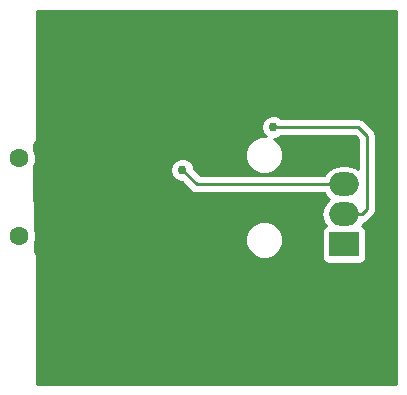
<source format=gbl>
G04 #@! TF.FileFunction,Copper,L2,Bot,Signal*
%FSLAX46Y46*%
G04 Gerber Fmt 4.6, Leading zero omitted, Abs format (unit mm)*
G04 Created by KiCad (PCBNEW 4.0.1-stable) date 4/23/2016 10:29:46 PM*
%MOMM*%
G01*
G04 APERTURE LIST*
%ADD10C,0.150000*%
%ADD11C,1.600000*%
%ADD12R,2.500000X2.000000*%
%ADD13O,2.500000X2.000000*%
%ADD14C,6.700000*%
%ADD15C,0.762000*%
%ADD16C,0.254000*%
G04 APERTURE END LIST*
D10*
D11*
X129973200Y-105920000D03*
X129973200Y-112520000D03*
D12*
X157480000Y-113200000D03*
D13*
X157480000Y-110660000D03*
X157480000Y-108120000D03*
X157480000Y-105580000D03*
D14*
X142011400Y-96748600D03*
X142011400Y-121691400D03*
D15*
X143600000Y-113950000D03*
X160550000Y-104950000D03*
X160550000Y-106550000D03*
X142671126Y-103589010D03*
X139950000Y-101450000D03*
X142650000Y-101450000D03*
X137900000Y-101950000D03*
X136850000Y-100950000D03*
X135700000Y-101950000D03*
X137150000Y-105850000D03*
X136200000Y-104550000D03*
X137150000Y-111950000D03*
X136200000Y-113250000D03*
X135200000Y-111900000D03*
X142300000Y-107500000D03*
X142605029Y-110755029D03*
X140400000Y-110800000D03*
X138500000Y-114900000D03*
X145000000Y-113650000D03*
X134150000Y-111050000D03*
X134250000Y-110100000D03*
X155400000Y-105550000D03*
X159800000Y-121000000D03*
X155200000Y-121000000D03*
X157500000Y-122600000D03*
X157500000Y-119500000D03*
X151500000Y-103250000D03*
X143800000Y-106900000D03*
D16*
X148000000Y-113800000D02*
X155200000Y-121000000D01*
X151500000Y-103250000D02*
X158700000Y-103250000D01*
X158700000Y-103250000D02*
X159433631Y-103983631D01*
X159433631Y-103983631D02*
X159433631Y-110210369D01*
X159433631Y-110210369D02*
X158984000Y-110660000D01*
X158984000Y-110660000D02*
X157480000Y-110660000D01*
X143800000Y-106900000D02*
X145020000Y-108120000D01*
X145020000Y-108120000D02*
X157480000Y-108120000D01*
G36*
X161850000Y-125020000D02*
X131520000Y-125020000D01*
X131520000Y-114300000D01*
X131465954Y-114028295D01*
X131324614Y-113816764D01*
X131317451Y-113118303D01*
X149123123Y-113118303D01*
X149366225Y-113706656D01*
X149815976Y-114157193D01*
X150403904Y-114401322D01*
X151040503Y-114401877D01*
X151628856Y-114158775D01*
X152079393Y-113709024D01*
X152323522Y-113121096D01*
X152324077Y-112484497D01*
X152080975Y-111896144D01*
X151631224Y-111445607D01*
X151043296Y-111201478D01*
X150406697Y-111200923D01*
X149818344Y-111444025D01*
X149367807Y-111893776D01*
X149123678Y-112481704D01*
X149123123Y-113118303D01*
X131317451Y-113118303D01*
X131316513Y-113026896D01*
X131407950Y-112806691D01*
X131408448Y-112235813D01*
X131305853Y-111987513D01*
X131255737Y-107101208D01*
X142783824Y-107101208D01*
X142938175Y-107474766D01*
X143223731Y-107760821D01*
X143597018Y-107915824D01*
X143738317Y-107915947D01*
X144481185Y-108658816D01*
X144728396Y-108823997D01*
X145020000Y-108882000D01*
X155773609Y-108882000D01*
X156036951Y-109276120D01*
X156207385Y-109390000D01*
X156036951Y-109503880D01*
X155682528Y-110034313D01*
X155558071Y-110660000D01*
X155682528Y-111285687D01*
X155921778Y-111643751D01*
X155778559Y-111735910D01*
X155633569Y-111948110D01*
X155582560Y-112200000D01*
X155582560Y-114200000D01*
X155626838Y-114435317D01*
X155765910Y-114651441D01*
X155978110Y-114796431D01*
X156230000Y-114847440D01*
X158730000Y-114847440D01*
X158965317Y-114803162D01*
X159181441Y-114664090D01*
X159326431Y-114451890D01*
X159377440Y-114200000D01*
X159377440Y-112200000D01*
X159333162Y-111964683D01*
X159194090Y-111748559D01*
X159038998Y-111642589D01*
X159217414Y-111375571D01*
X159275605Y-111363996D01*
X159522815Y-111198815D01*
X159972446Y-110749185D01*
X160137627Y-110501974D01*
X160164197Y-110368396D01*
X160195631Y-110210369D01*
X160195631Y-103983631D01*
X160137627Y-103692026D01*
X159972446Y-103444816D01*
X159238815Y-102711185D01*
X158991605Y-102546004D01*
X158700000Y-102488000D01*
X152174918Y-102488000D01*
X152076269Y-102389179D01*
X151702982Y-102234176D01*
X151298792Y-102233824D01*
X150925234Y-102388175D01*
X150639179Y-102673731D01*
X150484176Y-103047018D01*
X150483824Y-103451208D01*
X150638175Y-103824766D01*
X150851547Y-104038511D01*
X150406697Y-104038123D01*
X149818344Y-104281225D01*
X149367807Y-104730976D01*
X149123678Y-105318904D01*
X149123123Y-105955503D01*
X149366225Y-106543856D01*
X149815976Y-106994393D01*
X150403904Y-107238522D01*
X151040503Y-107239077D01*
X151628856Y-106995975D01*
X152079393Y-106546224D01*
X152323522Y-105958296D01*
X152324077Y-105321697D01*
X152080975Y-104733344D01*
X151631224Y-104282807D01*
X151590941Y-104266080D01*
X151701208Y-104266176D01*
X152074766Y-104111825D01*
X152174765Y-104012000D01*
X158384370Y-104012000D01*
X158671631Y-104299261D01*
X158671631Y-106795888D01*
X158392616Y-106609457D01*
X157766929Y-106485000D01*
X157193071Y-106485000D01*
X156567384Y-106609457D01*
X156036951Y-106963880D01*
X155773609Y-107358000D01*
X145335631Y-107358000D01*
X144816054Y-106838424D01*
X144816176Y-106698792D01*
X144661825Y-106325234D01*
X144376269Y-106039179D01*
X144002982Y-105884176D01*
X143598792Y-105883824D01*
X143225234Y-106038175D01*
X142939179Y-106323731D01*
X142784176Y-106697018D01*
X142783824Y-107101208D01*
X131255737Y-107101208D01*
X131250452Y-106585987D01*
X131407950Y-106206691D01*
X131408448Y-105635813D01*
X131236437Y-105219515D01*
X131231069Y-104696152D01*
X131312046Y-104642046D01*
X131465954Y-104411705D01*
X131520000Y-104140000D01*
X131520000Y-93420000D01*
X161850000Y-93420000D01*
X161850000Y-125020000D01*
X161850000Y-125020000D01*
G37*
X161850000Y-125020000D02*
X131520000Y-125020000D01*
X131520000Y-114300000D01*
X131465954Y-114028295D01*
X131324614Y-113816764D01*
X131317451Y-113118303D01*
X149123123Y-113118303D01*
X149366225Y-113706656D01*
X149815976Y-114157193D01*
X150403904Y-114401322D01*
X151040503Y-114401877D01*
X151628856Y-114158775D01*
X152079393Y-113709024D01*
X152323522Y-113121096D01*
X152324077Y-112484497D01*
X152080975Y-111896144D01*
X151631224Y-111445607D01*
X151043296Y-111201478D01*
X150406697Y-111200923D01*
X149818344Y-111444025D01*
X149367807Y-111893776D01*
X149123678Y-112481704D01*
X149123123Y-113118303D01*
X131317451Y-113118303D01*
X131316513Y-113026896D01*
X131407950Y-112806691D01*
X131408448Y-112235813D01*
X131305853Y-111987513D01*
X131255737Y-107101208D01*
X142783824Y-107101208D01*
X142938175Y-107474766D01*
X143223731Y-107760821D01*
X143597018Y-107915824D01*
X143738317Y-107915947D01*
X144481185Y-108658816D01*
X144728396Y-108823997D01*
X145020000Y-108882000D01*
X155773609Y-108882000D01*
X156036951Y-109276120D01*
X156207385Y-109390000D01*
X156036951Y-109503880D01*
X155682528Y-110034313D01*
X155558071Y-110660000D01*
X155682528Y-111285687D01*
X155921778Y-111643751D01*
X155778559Y-111735910D01*
X155633569Y-111948110D01*
X155582560Y-112200000D01*
X155582560Y-114200000D01*
X155626838Y-114435317D01*
X155765910Y-114651441D01*
X155978110Y-114796431D01*
X156230000Y-114847440D01*
X158730000Y-114847440D01*
X158965317Y-114803162D01*
X159181441Y-114664090D01*
X159326431Y-114451890D01*
X159377440Y-114200000D01*
X159377440Y-112200000D01*
X159333162Y-111964683D01*
X159194090Y-111748559D01*
X159038998Y-111642589D01*
X159217414Y-111375571D01*
X159275605Y-111363996D01*
X159522815Y-111198815D01*
X159972446Y-110749185D01*
X160137627Y-110501974D01*
X160164197Y-110368396D01*
X160195631Y-110210369D01*
X160195631Y-103983631D01*
X160137627Y-103692026D01*
X159972446Y-103444816D01*
X159238815Y-102711185D01*
X158991605Y-102546004D01*
X158700000Y-102488000D01*
X152174918Y-102488000D01*
X152076269Y-102389179D01*
X151702982Y-102234176D01*
X151298792Y-102233824D01*
X150925234Y-102388175D01*
X150639179Y-102673731D01*
X150484176Y-103047018D01*
X150483824Y-103451208D01*
X150638175Y-103824766D01*
X150851547Y-104038511D01*
X150406697Y-104038123D01*
X149818344Y-104281225D01*
X149367807Y-104730976D01*
X149123678Y-105318904D01*
X149123123Y-105955503D01*
X149366225Y-106543856D01*
X149815976Y-106994393D01*
X150403904Y-107238522D01*
X151040503Y-107239077D01*
X151628856Y-106995975D01*
X152079393Y-106546224D01*
X152323522Y-105958296D01*
X152324077Y-105321697D01*
X152080975Y-104733344D01*
X151631224Y-104282807D01*
X151590941Y-104266080D01*
X151701208Y-104266176D01*
X152074766Y-104111825D01*
X152174765Y-104012000D01*
X158384370Y-104012000D01*
X158671631Y-104299261D01*
X158671631Y-106795888D01*
X158392616Y-106609457D01*
X157766929Y-106485000D01*
X157193071Y-106485000D01*
X156567384Y-106609457D01*
X156036951Y-106963880D01*
X155773609Y-107358000D01*
X145335631Y-107358000D01*
X144816054Y-106838424D01*
X144816176Y-106698792D01*
X144661825Y-106325234D01*
X144376269Y-106039179D01*
X144002982Y-105884176D01*
X143598792Y-105883824D01*
X143225234Y-106038175D01*
X142939179Y-106323731D01*
X142784176Y-106697018D01*
X142783824Y-107101208D01*
X131255737Y-107101208D01*
X131250452Y-106585987D01*
X131407950Y-106206691D01*
X131408448Y-105635813D01*
X131236437Y-105219515D01*
X131231069Y-104696152D01*
X131312046Y-104642046D01*
X131465954Y-104411705D01*
X131520000Y-104140000D01*
X131520000Y-93420000D01*
X161850000Y-93420000D01*
X161850000Y-125020000D01*
M02*

</source>
